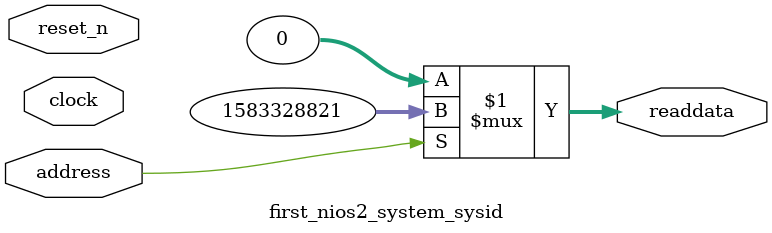
<source format=v>



// synthesis translate_off
`timescale 1ns / 1ps
// synthesis translate_on

// turn off superfluous verilog processor warnings 
// altera message_level Level1 
// altera message_off 10034 10035 10036 10037 10230 10240 10030 

module first_nios2_system_sysid (
               // inputs:
                address,
                clock,
                reset_n,

               // outputs:
                readdata
             )
;

  output  [ 31: 0] readdata;
  input            address;
  input            clock;
  input            reset_n;

  wire    [ 31: 0] readdata;
  //control_slave, which is an e_avalon_slave
  assign readdata = address ? 1583328821 : 0;

endmodule



</source>
